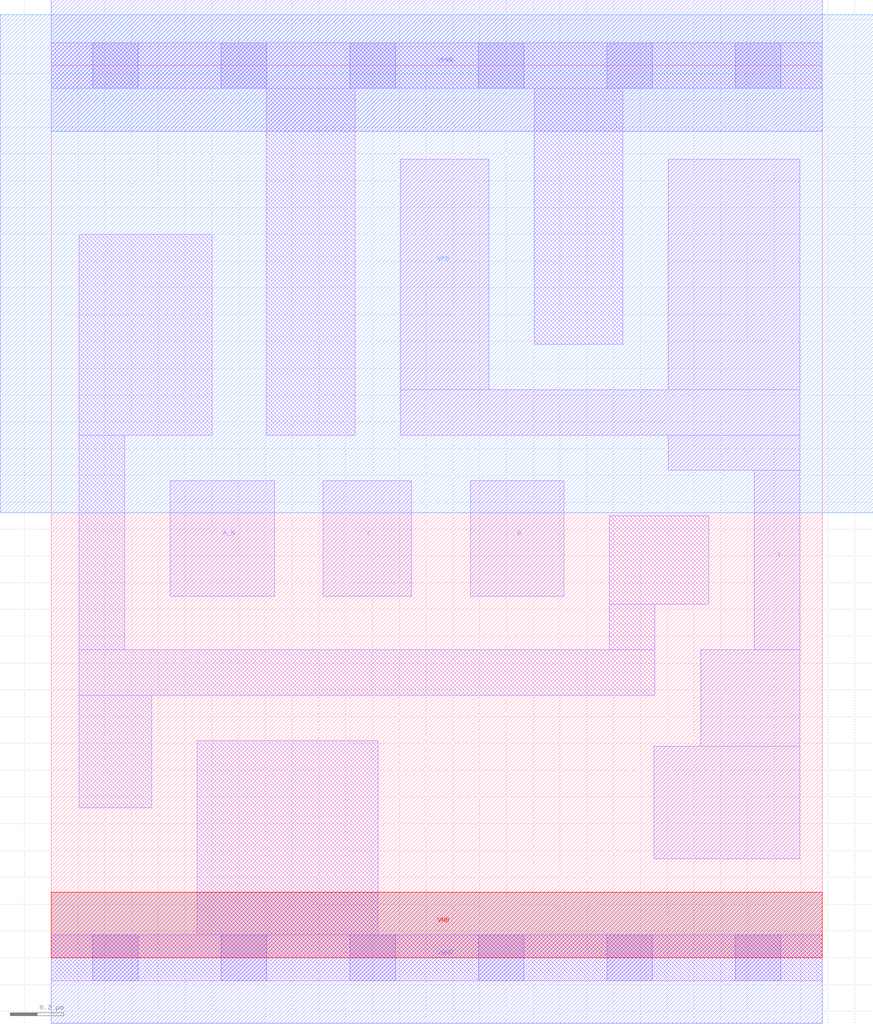
<source format=lef>
# Copyright 2020 The SkyWater PDK Authors
#
# Licensed under the Apache License, Version 2.0 (the "License");
# you may not use this file except in compliance with the License.
# You may obtain a copy of the License at
#
#     https://www.apache.org/licenses/LICENSE-2.0
#
# Unless required by applicable law or agreed to in writing, software
# distributed under the License is distributed on an "AS IS" BASIS,
# WITHOUT WARRANTIES OR CONDITIONS OF ANY KIND, either express or implied.
# See the License for the specific language governing permissions and
# limitations under the License.
#
# SPDX-License-Identifier: Apache-2.0

VERSION 5.7 ;
  NOWIREEXTENSIONATPIN ON ;
  DIVIDERCHAR "/" ;
  BUSBITCHARS "[]" ;
MACRO sky130_fd_sc_ls__nand3b_1
  CLASS CORE ;
  FOREIGN sky130_fd_sc_ls__nand3b_1 ;
  ORIGIN  0.000000  0.000000 ;
  SIZE  2.880000 BY  3.330000 ;
  SYMMETRY X Y ;
  SITE unit ;
  PIN A_N
    ANTENNAGATEAREA  0.208500 ;
    DIRECTION INPUT ;
    USE SIGNAL ;
    PORT
      LAYER li1 ;
        RECT 0.445000 1.350000 0.835000 1.780000 ;
    END
  END A_N
  PIN B
    ANTENNAGATEAREA  0.279000 ;
    DIRECTION INPUT ;
    USE SIGNAL ;
    PORT
      LAYER li1 ;
        RECT 1.565000 1.350000 1.915000 1.780000 ;
    END
  END B
  PIN C
    ANTENNAGATEAREA  0.279000 ;
    DIRECTION INPUT ;
    USE SIGNAL ;
    PORT
      LAYER li1 ;
        RECT 1.015000 1.350000 1.345000 1.780000 ;
    END
  END C
  PIN VNB
    PORT
      LAYER pwell ;
        RECT 0.000000 0.000000 2.880000 0.245000 ;
    END
  END VNB
  PIN VPB
    PORT
      LAYER nwell ;
        RECT -0.190000 1.660000 3.070000 3.520000 ;
    END
  END VPB
  PIN Y
    ANTENNADIFFAREA  1.006800 ;
    DIRECTION OUTPUT ;
    USE SIGNAL ;
    PORT
      LAYER li1 ;
        RECT 1.305000 1.950000 2.795000 2.120000 ;
        RECT 1.305000 2.120000 1.635000 2.980000 ;
        RECT 2.250000 0.370000 2.795000 0.790000 ;
        RECT 2.305000 1.820000 2.795000 1.950000 ;
        RECT 2.305000 2.120000 2.795000 2.980000 ;
        RECT 2.425000 0.790000 2.795000 1.150000 ;
        RECT 2.625000 1.150000 2.795000 1.820000 ;
    END
  END Y
  PIN VGND
    DIRECTION INOUT ;
    SHAPE ABUTMENT ;
    USE GROUND ;
    PORT
      LAYER met1 ;
        RECT 0.000000 -0.245000 2.880000 0.245000 ;
    END
  END VGND
  PIN VPWR
    DIRECTION INOUT ;
    SHAPE ABUTMENT ;
    USE POWER ;
    PORT
      LAYER met1 ;
        RECT 0.000000 3.085000 2.880000 3.575000 ;
    END
  END VPWR
  OBS
    LAYER li1 ;
      RECT 0.000000 -0.085000 2.880000 0.085000 ;
      RECT 0.000000  3.245000 2.880000 3.415000 ;
      RECT 0.105000  0.560000 0.375000 0.980000 ;
      RECT 0.105000  0.980000 2.255000 1.150000 ;
      RECT 0.105000  1.150000 0.275000 1.950000 ;
      RECT 0.105000  1.950000 0.600000 2.700000 ;
      RECT 0.545000  0.085000 1.220000 0.810000 ;
      RECT 0.805000  1.950000 1.135000 3.245000 ;
      RECT 1.805000  2.290000 2.135000 3.245000 ;
      RECT 2.085000  1.150000 2.255000 1.320000 ;
      RECT 2.085000  1.320000 2.455000 1.650000 ;
    LAYER mcon ;
      RECT 0.155000 -0.085000 0.325000 0.085000 ;
      RECT 0.155000  3.245000 0.325000 3.415000 ;
      RECT 0.635000 -0.085000 0.805000 0.085000 ;
      RECT 0.635000  3.245000 0.805000 3.415000 ;
      RECT 1.115000 -0.085000 1.285000 0.085000 ;
      RECT 1.115000  3.245000 1.285000 3.415000 ;
      RECT 1.595000 -0.085000 1.765000 0.085000 ;
      RECT 1.595000  3.245000 1.765000 3.415000 ;
      RECT 2.075000 -0.085000 2.245000 0.085000 ;
      RECT 2.075000  3.245000 2.245000 3.415000 ;
      RECT 2.555000 -0.085000 2.725000 0.085000 ;
      RECT 2.555000  3.245000 2.725000 3.415000 ;
  END
END sky130_fd_sc_ls__nand3b_1
END LIBRARY

</source>
